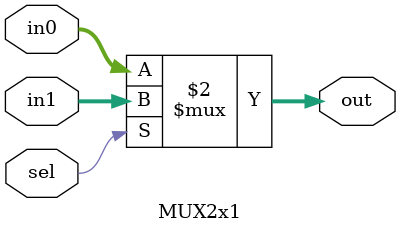
<source format=v>
module MUX2x1(
				out,
				sel,
				in0,
				in1
);
	parameter width = 8;
	output	wire	[width - 1 : 0]	out;
	input	wire					sel;
	input	wire	[width - 1 : 0]	in0;
	input	wire	[width - 1 : 0]	in1;
	assign	out	=	(sel == 2'h0)	?	in0	:	in1;
endmodule
</source>
